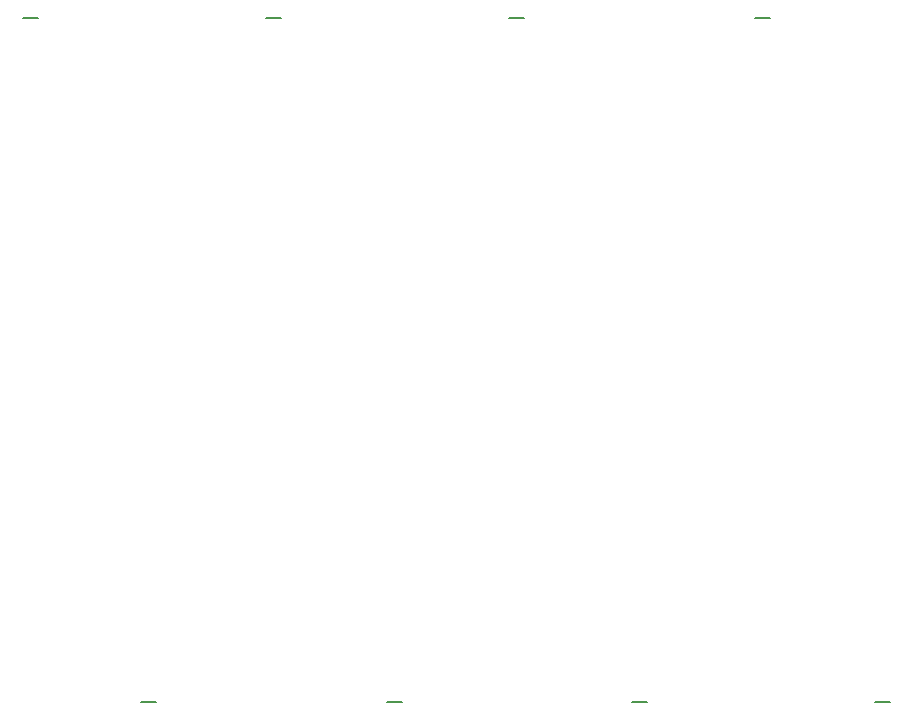
<source format=gbo>
G04 EAGLE Gerber X2 export*
%TF.Part,Single*%
%TF.FileFunction,Other,Bottom Silkscreen*%
%TF.FilePolarity,Positive*%
%TF.GenerationSoftware,Autodesk,EAGLE,8.7.1*%
%TF.CreationDate,2018-03-29T01:53:19Z*%
G75*
%MOMM*%
%FSLAX34Y34*%
%LPD*%
%AMOC8*
5,1,8,0,0,1.08239X$1,22.5*%
G01*
%ADD10C,0.203200*%


D10*
X885350Y670370D02*
X898050Y670370D01*
X986950Y91630D02*
X999650Y91630D01*
X689850Y670370D02*
X677150Y670370D01*
X780650Y91630D02*
X793350Y91630D01*
X483950Y670370D02*
X471250Y670370D01*
X573950Y91630D02*
X586650Y91630D01*
X278050Y670370D02*
X265350Y670370D01*
X364950Y91630D02*
X377650Y91630D01*
M02*

</source>
